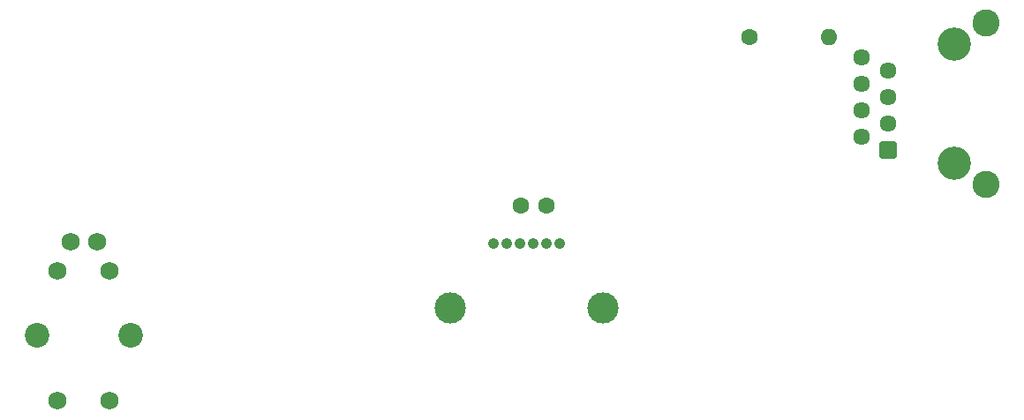
<source format=gts>
G04 #@! TF.GenerationSoftware,KiCad,Pcbnew,7.0.1*
G04 #@! TF.CreationDate,2024-08-21T15:05:22-07:00*
G04 #@! TF.ProjectId,Dual encoder controller - left,4475616c-2065-46e6-936f-64657220636f,rev?*
G04 #@! TF.SameCoordinates,Original*
G04 #@! TF.FileFunction,Soldermask,Top*
G04 #@! TF.FilePolarity,Negative*
%FSLAX46Y46*%
G04 Gerber Fmt 4.6, Leading zero omitted, Abs format (unit mm)*
G04 Created by KiCad (PCBNEW 7.0.1) date 2024-08-21 15:05:22*
%MOMM*%
%LPD*%
G01*
G04 APERTURE LIST*
G04 Aperture macros list*
%AMRoundRect*
0 Rectangle with rounded corners*
0 $1 Rounding radius*
0 $2 $3 $4 $5 $6 $7 $8 $9 X,Y pos of 4 corners*
0 Add a 4 corners polygon primitive as box body*
4,1,4,$2,$3,$4,$5,$6,$7,$8,$9,$2,$3,0*
0 Add four circle primitives for the rounded corners*
1,1,$1+$1,$2,$3*
1,1,$1+$1,$4,$5*
1,1,$1+$1,$6,$7*
1,1,$1+$1,$8,$9*
0 Add four rect primitives between the rounded corners*
20,1,$1+$1,$2,$3,$4,$5,0*
20,1,$1+$1,$4,$5,$6,$7,0*
20,1,$1+$1,$6,$7,$8,$9,0*
20,1,$1+$1,$8,$9,$2,$3,0*%
G04 Aperture macros list end*
%ADD10C,3.000000*%
%ADD11C,1.070000*%
%ADD12C,2.362200*%
%ADD13C,1.752600*%
%ADD14C,1.600000*%
%ADD15O,1.600000X1.600000*%
%ADD16C,3.200000*%
%ADD17RoundRect,0.102000X0.704000X-0.704000X0.704000X0.704000X-0.704000X0.704000X-0.704000X-0.704000X0*%
%ADD18C,1.612000*%
%ADD19C,2.604000*%
G04 APERTURE END LIST*
D10*
X172302500Y-99622300D03*
X157697500Y-99622300D03*
D11*
X168175000Y-93373900D03*
X166905000Y-93373900D03*
X165635000Y-93373900D03*
X164365000Y-93373900D03*
X163095000Y-93373900D03*
X161825000Y-93373900D03*
D12*
X118000002Y-102250000D03*
X127000000Y-102250000D03*
D13*
X120000001Y-108500000D03*
X120000001Y-96000000D03*
X125000001Y-108500000D03*
X125000001Y-96000000D03*
X121230001Y-93250000D03*
X123770001Y-93250000D03*
D14*
X186400000Y-73560000D03*
D15*
X194020000Y-73560000D03*
D16*
X206000000Y-85715000D03*
X206000000Y-74285000D03*
D17*
X199650000Y-84445000D03*
D18*
X197110000Y-83175000D03*
X199650000Y-81905000D03*
X197110000Y-80635000D03*
X199650000Y-79365000D03*
X197110000Y-78095000D03*
X199650000Y-76825000D03*
X197110000Y-75555000D03*
D19*
X209050000Y-87750000D03*
X209050000Y-72250000D03*
D14*
X164410000Y-89750000D03*
X166910000Y-89750000D03*
M02*

</source>
